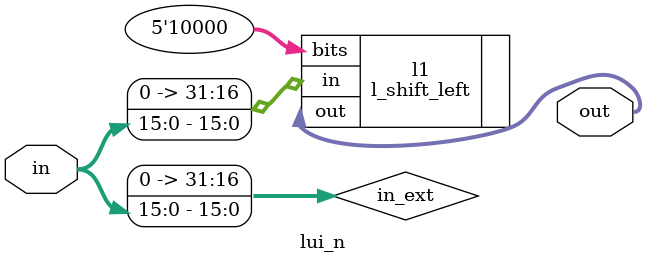
<source format=v>
`timescale 1ns / 1ps


module lui_n#(parameter N =32)(in, out);
    input [15:0] in;
    wire [N-1:0] in_ext;
    assign in_ext = {16'b0, in};
    output [N-1:0] out;
    l_shift_left l1(.in(in_ext), .out(out), .bits(5'b10000));
endmodule

</source>
